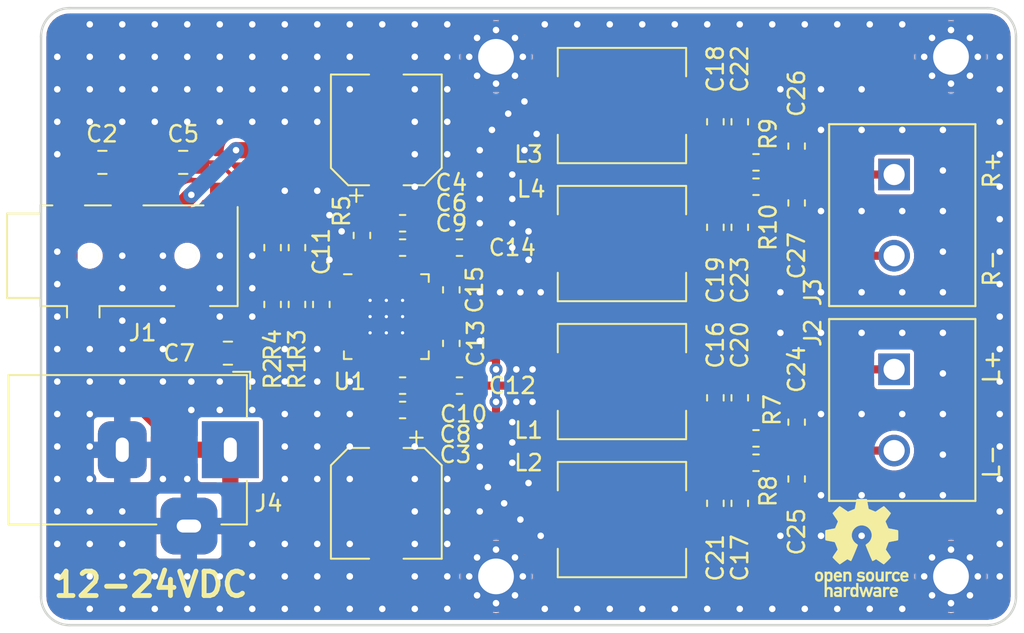
<source format=kicad_pcb>
(kicad_pcb (version 20171130) (host pcbnew 5.0.2)
  (layers (0 F.Cu signal) (31 B.Cu signal) (34 B.Paste user) (35 F.Paste user) (36 B.SilkS user) (37 F.SilkS user) (38 B.Mask user) (39 F.Mask user) (44 Edge.Cuts user))
  (net 0 "")
  (net 1 "Net-(C15-Pad1)")
  (net 2 GND)
  (net 3 +24V)
  (net 4 "Net-(R5-Pad1)")
  (net 5 PLIMIT)
  (net 6 GVDD)
  (net 7 GAIN_SLV)
  (net 8 IN_L)
  (net 9 "Net-(U1-Pad11)")
  (net 10 "Net-(U1-Pad12)")
  (net 11 "Net-(C12-Pad1)")
  (net 12 "Net-(C12-Pad2)")
  (net 13 "Net-(C14-Pad2)")
  (net 14 "Net-(C14-Pad1)")
  (net 15 "Net-(C13-Pad1)")
  (net 16 "Net-(C13-Pad2)")
  (net 17 "Net-(U1-Pad30)")
  (net 18 IN_R)
  (net 19 "Net-(C2-Pad2)")
  (net 20 "Net-(C19-Pad2)")
  (net 21 "Net-(C18-Pad1)")
  (net 22 "Net-(C16-Pad1)")
  (net 23 "Net-(C17-Pad2)")
  (net 24 "Net-(C27-Pad2)")
  (net 25 "Net-(C26-Pad1)")
  (net 26 "Net-(C25-Pad2)")
  (net 27 "Net-(C24-Pad1)")
  (net 28 "Net-(C15-Pad2)")
  (net 29 "Net-(C7-Pad2)")
  (net 30 "Net-(C5-Pad2)")
  (net 31 "Net-(J1-PadTN)")
  (module audio-amp:BarrelJack_Horizontal_DC005C25A (layer F.Cu) (at 105.1 157.2)
    (fp_text reference J4 (at 15.9 3.3) (layer F.SilkS))
    (fp_text value 24VDC)
    (pad 1 thru_hole rect (at 13.55 0) (size 3.5 3.5) (drill oval 0.8 1.5) (layers *.Cu *.Mask) (net 3 +24V))
    (pad 2 thru_hole roundrect (at 6.9 0) (size 3 3.5) (drill oval 0.8 1.5) (layers *.Cu *.Mask) (net 2 GND))
    (pad 3 thru_hole roundrect (at 11 4.7) (size 3.5 3.5) (drill oval 1.5 0.8) (layers *.Cu *.Mask) (net 2 GND))
  )
  (module Capacitor_SMD:C_0805_2012Metric_Pad1.15x1.40mm_HandSolder (layer F.Cu) (at 115.75 139.5 180)
    (fp_text reference C5 (at 0 1.75 180) (layer F.SilkS))
    (fp_text value 10u)
    (pad 1 smd roundrect (at -1.025 0 180) (size 1.15 1.4) (layers F.Cu F.Paste F.Mask) (roundrect_rratio 0.217391) (net 18 IN_R))
    (pad 2 smd roundrect (at 1.025 0 180) (size 1.15 1.4) (layers F.Cu F.Paste F.Mask) (roundrect_rratio 0.217391) (net 30 "Net-(C5-Pad2)"))
  )
  (module Capacitor_SMD:C_0805_2012Metric_Pad1.15x1.40mm_HandSolder (layer F.Cu) (at 118.5 151.25 180)
    (fp_text reference C7 (at 3 0 180) (layer F.SilkS))
    (fp_text value 10u)
    (pad 2 smd roundrect (at 1.025 0 180) (size 1.15 1.4) (layers F.Cu F.Paste F.Mask) (roundrect_rratio 0.217391) (net 29 "Net-(C7-Pad2)"))
    (pad 1 smd roundrect (at -1.025 0 180) (size 1.15 1.4) (layers F.Cu F.Paste F.Mask) (roundrect_rratio 0.217391) (net 8 IN_L))
  )
  (module Capacitor_SMD:C_0805_2012Metric_Pad1.15x1.40mm_HandSolder (layer F.Cu) (at 110.775 139.5 180)
    (fp_text reference C2 (at 0.025 1.75 180) (layer F.SilkS))
    (fp_text value 10u)
    (pad 1 smd roundrect (at -1.025 0 180) (size 1.15 1.4) (layers F.Cu F.Paste F.Mask) (roundrect_rratio 0.217391) (net 2 GND))
    (pad 2 smd roundrect (at 1.025 0 180) (size 1.15 1.4) (layers F.Cu F.Paste F.Mask) (roundrect_rratio 0.217391) (net 19 "Net-(C2-Pad2)"))
  )
  (module audio-amp:Jack_3.5mm_PJ31060-I_Horizontal (layer F.Cu) (at 107 145.25 90)
    (fp_text reference J1 (at -4.75 6.25 180) (layer F.SilkS))
    (fp_text value "AUDIO IN")
    (pad "" np_thru_hole circle (at 0 9 90) (size 1.1 1.1) (drill 1.1) (layers *.Cu *.Mask F.SilkS))
    (pad S smd rect (at 3.4 1.7 90) (size 2.2 1.2) (layers F.Cu F.Paste F.Mask) (net 19 "Net-(C2-Pad2)"))
    (pad "" np_thru_hole circle (at 0 3 90) (size 1.1 1.1) (drill 1.1) (layers *.Cu *.Mask F.SilkS))
    (pad TN smd rect (at 3.4 11 90) (size 2.2 1.2) (layers F.Cu F.Paste F.Mask) (net 31 "Net-(J1-PadTN)"))
    (pad S smd rect (at -3.4 2.6 90) (size 2.2 1.2) (layers F.Cu F.Paste F.Mask) (net 19 "Net-(C2-Pad2)"))
    (pad R smd rect (at 3.4 5.3 90) (size 2.2 1.2) (layers F.Cu F.Paste F.Mask) (net 30 "Net-(C5-Pad2)"))
    (pad T smd rect (at -3.4 9.3 90) (size 2.2 1.2) (layers F.Cu F.Paste F.Mask) (net 29 "Net-(C7-Pad2)"))
  )
  (module Capacitor_SMD:C_0603_1608Metric_Pad1.05x0.95mm_HandSolder (layer F.Cu) (at 150 154 90)
    (fp_text reference C20 (at 3.25 0 90) (layer F.SilkS))
    (fp_text value 1n)
    (pad 2 smd roundrect (at 0.875 0 90) (size 1.05 0.95) (layers F.Cu F.Paste F.Mask) (net 2 GND))
    (pad 1 smd roundrect (at -0.875 0 90) (size 1.05 0.95) (layers F.Cu F.Paste F.Mask) (net 22 "Net-(C16-Pad1)"))
  )
  (module MountingHole:MountingHole_2.2mm_M2_Pad_Via (layer F.Cu) (at 135 165)
    (fp_text reference H3 hide)
    (fp_text value MountingHole_Pad)
    (pad 1 thru_hole circle (at 1.166726 -1.166726) (size 0.7 0.7) (drill 0.4) (layers *.Cu *.Mask) (net 2 GND))
    (pad 1 thru_hole circle (at 0 -1.65) (size 0.7 0.7) (drill 0.4) (layers *.Cu *.Mask) (net 2 GND))
    (pad 1 thru_hole circle (at -1.166726 -1.166726) (size 0.7 0.7) (drill 0.4) (layers *.Cu *.Mask) (net 2 GND))
    (pad 1 thru_hole circle (at -1.65 0) (size 0.7 0.7) (drill 0.4) (layers *.Cu *.Mask) (net 2 GND))
    (pad 1 thru_hole circle (at -1.166726 1.166726) (size 0.7 0.7) (drill 0.4) (layers *.Cu *.Mask) (net 2 GND))
    (pad 1 thru_hole circle (at 0 1.65) (size 0.7 0.7) (drill 0.4) (layers *.Cu *.Mask) (net 2 GND))
    (pad 1 thru_hole circle (at 1.166726 1.166726) (size 0.7 0.7) (drill 0.4) (layers *.Cu *.Mask) (net 2 GND))
    (pad 1 thru_hole circle (at 1.65 0) (size 0.7 0.7) (drill 0.4) (layers *.Cu *.Mask) (net 2 GND))
    (pad 1 thru_hole circle (at 0 0) (size 4.4 4.4) (drill 2.2) (layers *.Cu *.Mask) (net 2 GND))
  )
  (module MountingHole:MountingHole_2.2mm_M2_Pad_Via (layer F.Cu) (at 163 165)
    (fp_text reference H2 hide)
    (fp_text value MountingHole_Pad)
    (pad 1 thru_hole circle (at 1.166726 -1.166726) (size 0.7 0.7) (drill 0.4) (layers *.Cu *.Mask) (net 2 GND))
    (pad 1 thru_hole circle (at 0 -1.65) (size 0.7 0.7) (drill 0.4) (layers *.Cu *.Mask) (net 2 GND))
    (pad 1 thru_hole circle (at -1.166726 -1.166726) (size 0.7 0.7) (drill 0.4) (layers *.Cu *.Mask) (net 2 GND))
    (pad 1 thru_hole circle (at -1.65 0) (size 0.7 0.7) (drill 0.4) (layers *.Cu *.Mask) (net 2 GND))
    (pad 1 thru_hole circle (at -1.166726 1.166726) (size 0.7 0.7) (drill 0.4) (layers *.Cu *.Mask) (net 2 GND))
    (pad 1 thru_hole circle (at 0 1.65) (size 0.7 0.7) (drill 0.4) (layers *.Cu *.Mask) (net 2 GND))
    (pad 1 thru_hole circle (at 1.166726 1.166726) (size 0.7 0.7) (drill 0.4) (layers *.Cu *.Mask) (net 2 GND))
    (pad 1 thru_hole circle (at 1.65 0) (size 0.7 0.7) (drill 0.4) (layers *.Cu *.Mask) (net 2 GND))
    (pad 1 thru_hole circle (at 0 0) (size 4.4 4.4) (drill 2.2) (layers *.Cu *.Mask) (net 2 GND))
  )
  (module MountingHole:MountingHole_2.2mm_M2_Pad_Via (layer F.Cu) (at 135 133)
    (fp_text reference H1 hide)
    (fp_text value MountingHole_Pad)
    (pad 1 thru_hole circle (at 1.166726 -1.166726) (size 0.7 0.7) (drill 0.4) (layers *.Cu *.Mask) (net 2 GND))
    (pad 1 thru_hole circle (at 0 -1.65) (size 0.7 0.7) (drill 0.4) (layers *.Cu *.Mask) (net 2 GND))
    (pad 1 thru_hole circle (at -1.166726 -1.166726) (size 0.7 0.7) (drill 0.4) (layers *.Cu *.Mask) (net 2 GND))
    (pad 1 thru_hole circle (at -1.65 0) (size 0.7 0.7) (drill 0.4) (layers *.Cu *.Mask) (net 2 GND))
    (pad 1 thru_hole circle (at -1.166726 1.166726) (size 0.7 0.7) (drill 0.4) (layers *.Cu *.Mask) (net 2 GND))
    (pad 1 thru_hole circle (at 0 1.65) (size 0.7 0.7) (drill 0.4) (layers *.Cu *.Mask) (net 2 GND))
    (pad 1 thru_hole circle (at 1.166726 1.166726) (size 0.7 0.7) (drill 0.4) (layers *.Cu *.Mask) (net 2 GND))
    (pad 1 thru_hole circle (at 1.65 0) (size 0.7 0.7) (drill 0.4) (layers *.Cu *.Mask) (net 2 GND))
    (pad 1 thru_hole circle (at 0 0) (size 4.4 4.4) (drill 2.2) (layers *.Cu *.Mask) (net 2 GND))
  )
  (module MountingHole:MountingHole_2.2mm_M2_Pad_Via (layer F.Cu) (at 163 133)
    (fp_text reference H4 hide)
    (fp_text value MountingHole_Pad)
    (pad 1 thru_hole circle (at 1.166726 -1.166726) (size 0.7 0.7) (drill 0.4) (layers *.Cu *.Mask) (net 2 GND))
    (pad 1 thru_hole circle (at 0 -1.65) (size 0.7 0.7) (drill 0.4) (layers *.Cu *.Mask) (net 2 GND))
    (pad 1 thru_hole circle (at -1.166726 -1.166726) (size 0.7 0.7) (drill 0.4) (layers *.Cu *.Mask) (net 2 GND))
    (pad 1 thru_hole circle (at -1.65 0) (size 0.7 0.7) (drill 0.4) (layers *.Cu *.Mask) (net 2 GND))
    (pad 1 thru_hole circle (at -1.166726 1.166726) (size 0.7 0.7) (drill 0.4) (layers *.Cu *.Mask) (net 2 GND))
    (pad 1 thru_hole circle (at 0 1.65) (size 0.7 0.7) (drill 0.4) (layers *.Cu *.Mask) (net 2 GND))
    (pad 1 thru_hole circle (at 1.166726 1.166726) (size 0.7 0.7) (drill 0.4) (layers *.Cu *.Mask) (net 2 GND))
    (pad 1 thru_hole circle (at 1.65 0) (size 0.7 0.7) (drill 0.4) (layers *.Cu *.Mask) (net 2 GND))
    (pad 1 thru_hole circle (at 0 0) (size 4.4 4.4) (drill 2.2) (layers *.Cu *.Mask) (net 2 GND))
  )
  (module Capacitor_SMD:C_0603_1608Metric_Pad1.05x0.95mm_HandSolder (layer F.Cu) (at 129.25 143.25)
    (fp_text reference C6 (at 3 -1.25) (layer F.SilkS))
    (fp_text value .1u)
    (pad 2 smd roundrect (at 0.875 0) (size 1.05 0.95) (layers F.Cu F.Paste F.Mask) (net 2 GND))
    (pad 1 smd roundrect (at -0.875 0) (size 1.05 0.95) (layers F.Cu F.Paste F.Mask) (net 3 +24V))
  )
  (module OSTTA020161:OST_OSTTA020161 (layer F.Cu) (at 159.5 154.75 270)
    (fp_text reference J2 (at -4.75 5 270) (layer F.SilkS))
    (fp_text value LEFT hide)
    (pad 2 thru_hole circle (at 2.5 0 270) (size 1.95 1.95) (drill 1.3) (layers *.Cu *.Mask) (net 23 "Net-(C17-Pad2)"))
    (pad 1 thru_hole rect (at -2.5 0 270) (size 1.95 1.95) (drill 1.3) (layers *.Cu *.Mask) (net 22 "Net-(C16-Pad1)"))
  )
  (module Resistor_SMD:R_0603_1608Metric_Pad1.05x0.95mm_HandSolder (layer F.Cu) (at 122.75 148.25 270)
    (fp_text reference R1 (at 4.25 0 270) (layer F.SilkS))
    (fp_text value 100k)
    (pad 2 smd roundrect (at 0.875 0 270) (size 1.05 0.95) (layers F.Cu F.Paste F.Mask) (net 7 GAIN_SLV))
    (pad 1 smd roundrect (at -0.875 0 270) (size 1.05 0.95) (layers F.Cu F.Paste F.Mask) (net 6 GVDD))
  )
  (module audio-amp:L_7.8x7.0_H3.5 (layer F.Cu) (at 142.75 153 180)
    (fp_text reference L1 (at 5.75 -3 180) (layer F.SilkS))
    (fp_text value 10u)
    (pad 2 smd rect (at 3.3 0 180) (size 2 3) (layers F.Cu F.Paste F.Mask) (net 11 "Net-(C12-Pad1)"))
    (pad 1 smd rect (at -3.3 0 180) (size 2 3) (layers F.Cu F.Paste F.Mask) (net 22 "Net-(C16-Pad1)"))
  )
  (module audio-amp:L_7.8x7.0_H3.5 (layer F.Cu) (at 142.75 161.5 180)
    (fp_text reference L2 (at 5.75 3.5 180) (layer F.SilkS))
    (fp_text value 10u)
    (pad 2 smd rect (at 3.3 0 180) (size 2 3) (layers F.Cu F.Paste F.Mask) (net 15 "Net-(C13-Pad1)"))
    (pad 1 smd rect (at -3.3 0 180) (size 2 3) (layers F.Cu F.Paste F.Mask) (net 23 "Net-(C17-Pad2)"))
  )
  (module audio-amp:L_7.8x7.0_H3.5 (layer F.Cu) (at 142.75 136 180)
    (fp_text reference L3 (at 5.75 -3 180) (layer F.SilkS))
    (fp_text value 10u)
    (pad 2 smd rect (at 3.3 0 180) (size 2 3) (layers F.Cu F.Paste F.Mask) (net 14 "Net-(C14-Pad1)"))
    (pad 1 smd rect (at -3.3 0 180) (size 2 3) (layers F.Cu F.Paste F.Mask) (net 21 "Net-(C18-Pad1)"))
  )
  (module audio-amp:L_7.8x7.0_H3.5 (layer F.Cu) (at 142.75 144.5 180)
    (fp_text reference L4 (at 5.585983 3.350188 180) (layer F.SilkS))
    (fp_text value 10u)
    (pad 2 smd rect (at 3.3 0 180) (size 2 3) (layers F.Cu F.Paste F.Mask) (net 1 "Net-(C15-Pad1)"))
    (pad 1 smd rect (at -3.3 0 180) (size 2 3) (layers F.Cu F.Paste F.Mask) (net 20 "Net-(C19-Pad2)"))
  )
  (module Capacitor_SMD:CP_Elec_6.3x7.7 (layer F.Cu) (at 128.25 160.5 270)
    (fp_text reference C3 (at -3 -4.25) (layer F.SilkS))
    (fp_text value 220u)
    (pad 2 smd rect (at 2.7 0 270) (size 3.5 1.6) (layers F.Cu F.Paste F.Mask) (net 2 GND))
    (pad 1 smd rect (at -2.7 0 270) (size 3.5 1.6) (layers F.Cu F.Paste F.Mask) (net 3 +24V))
  )
  (module Capacitor_SMD:CP_Elec_6.3x7.7 (layer F.Cu) (at 128.25 137.5 90)
    (fp_text reference C4 (at -3.25 4 180) (layer F.SilkS))
    (fp_text value 220u)
    (pad 2 smd rect (at 2.7 0 90) (size 3.5 1.6) (layers F.Cu F.Paste F.Mask) (net 2 GND))
    (pad 1 smd rect (at -2.7 0 90) (size 3.5 1.6) (layers F.Cu F.Paste F.Mask) (net 3 +24V))
  )
  (module Capacitor_SMD:C_0603_1608Metric_Pad1.05x0.95mm_HandSolder (layer F.Cu) (at 153.5 155.5 90)
    (fp_text reference C24 (at 3.25 0 90) (layer F.SilkS))
    (fp_text value 10n)
    (pad 2 smd roundrect (at 0.875 0 90) (size 1.05 0.95) (layers F.Cu F.Paste F.Mask) (net 2 GND))
    (pad 1 smd roundrect (at -0.875 0 90) (size 1.05 0.95) (layers F.Cu F.Paste F.Mask) (net 27 "Net-(C24-Pad1)"))
  )
  (module Capacitor_SMD:C_0603_1608Metric_Pad1.05x0.95mm_HandSolder (layer F.Cu) (at 153.5 142 90)
    (fp_text reference C27 (at -3.25 0 90) (layer F.SilkS))
    (fp_text value 10n)
    (pad 2 smd roundrect (at 0.875 0 90) (size 1.05 0.95) (layers F.Cu F.Paste F.Mask) (net 24 "Net-(C27-Pad2)"))
    (pad 1 smd roundrect (at -0.875 0 90) (size 1.05 0.95) (layers F.Cu F.Paste F.Mask) (net 2 GND))
  )
  (module Capacitor_SMD:C_0603_1608Metric_Pad1.05x0.95mm_HandSolder (layer F.Cu) (at 153.5 138.5 90)
    (fp_text reference C26 (at 3.25 0 90) (layer F.SilkS))
    (fp_text value 10n)
    (pad 2 smd roundrect (at 0.875 0 90) (size 1.05 0.95) (layers F.Cu F.Paste F.Mask) (net 2 GND))
    (pad 1 smd roundrect (at -0.875 0 90) (size 1.05 0.95) (layers F.Cu F.Paste F.Mask) (net 25 "Net-(C26-Pad1)"))
  )
  (module Capacitor_SMD:C_0603_1608Metric_Pad1.05x0.95mm_HandSolder (layer F.Cu) (at 153.5 159 90)
    (fp_text reference C25 (at -3.25 0 90) (layer F.SilkS))
    (fp_text value 10n)
    (pad 2 smd roundrect (at 0.875 0 90) (size 1.05 0.95) (layers F.Cu F.Paste F.Mask) (net 26 "Net-(C25-Pad2)"))
    (pad 1 smd roundrect (at -0.875 0 90) (size 1.05 0.95) (layers F.Cu F.Paste F.Mask) (net 2 GND))
  )
  (module Capacitor_SMD:C_0603_1608Metric_Pad1.05x0.95mm_HandSolder (layer F.Cu) (at 129.25 144.75)
    (fp_text reference C9 (at 3 -1.5) (layer F.SilkS))
    (fp_text value 1n)
    (pad 2 smd roundrect (at 0.875 0) (size 1.05 0.95) (layers F.Cu F.Paste F.Mask) (net 2 GND))
    (pad 1 smd roundrect (at -0.875 0) (size 1.05 0.95) (layers F.Cu F.Paste F.Mask) (net 3 +24V))
  )
  (module Capacitor_SMD:C_0603_1608Metric_Pad1.05x0.95mm_HandSolder (layer F.Cu) (at 129.25 154.75)
    (fp_text reference C8 (at 3.25 1.5) (layer F.SilkS))
    (fp_text value .1u)
    (pad 2 smd roundrect (at 0.875 0) (size 1.05 0.95) (layers F.Cu F.Paste F.Mask) (net 2 GND))
    (pad 1 smd roundrect (at -0.875 0) (size 1.05 0.95) (layers F.Cu F.Paste F.Mask) (net 3 +24V))
  )
  (module Capacitor_SMD:C_0603_1608Metric_Pad1.05x0.95mm_HandSolder (layer F.Cu) (at 129.25 153.25)
    (fp_text reference C10 (at 3.75 1.75) (layer F.SilkS))
    (fp_text value 1n)
    (pad 2 smd roundrect (at 0.875 0) (size 1.05 0.95) (layers F.Cu F.Paste F.Mask) (net 2 GND))
    (pad 1 smd roundrect (at -0.875 0) (size 1.05 0.95) (layers F.Cu F.Paste F.Mask) (net 3 +24V))
  )
  (module Capacitor_SMD:C_0603_1608Metric_Pad1.05x0.95mm_HandSolder (layer F.Cu) (at 124.25 148.25 270)
    (fp_text reference C11 (at -3.25 0 270) (layer F.SilkS))
    (fp_text value 1u)
    (pad 2 smd roundrect (at 0.875 0 270) (size 1.05 0.95) (layers F.Cu F.Paste F.Mask) (net 2 GND))
    (pad 1 smd roundrect (at -0.875 0 270) (size 1.05 0.95) (layers F.Cu F.Paste F.Mask) (net 6 GVDD))
  )
  (module Capacitor_SMD:C_0603_1608Metric_Pad1.05x0.95mm_HandSolder (layer F.Cu) (at 132.75 153.25 180)
    (fp_text reference C12 (at -3.25 0 180) (layer F.SilkS))
    (fp_text value 220n)
    (pad 2 smd roundrect (at 0.875 0 180) (size 1.05 0.95) (layers F.Cu F.Paste F.Mask) (net 12 "Net-(C12-Pad2)"))
    (pad 1 smd roundrect (at -0.875 0 180) (size 1.05 0.95) (layers F.Cu F.Paste F.Mask) (net 11 "Net-(C12-Pad1)"))
  )
  (module Capacitor_SMD:C_0603_1608Metric_Pad1.05x0.95mm_HandSolder (layer F.Cu) (at 132.75 144.75 180)
    (fp_text reference C14 (at -3.25 0 180) (layer F.SilkS))
    (fp_text value 220n)
    (pad 2 smd roundrect (at 0.875 0 180) (size 1.05 0.95) (layers F.Cu F.Paste F.Mask) (net 13 "Net-(C14-Pad2)"))
    (pad 1 smd roundrect (at -0.875 0 180) (size 1.05 0.95) (layers F.Cu F.Paste F.Mask) (net 14 "Net-(C14-Pad1)"))
  )
  (module Capacitor_SMD:C_0603_1608Metric_Pad1.05x0.95mm_HandSolder (layer F.Cu) (at 132.25 147.35 270)
    (fp_text reference C15 (at 0 -1.43 270) (layer F.SilkS))
    (fp_text value 220n)
    (pad 2 smd roundrect (at 0.875 0 270) (size 1.05 0.95) (layers F.Cu F.Paste F.Mask) (net 28 "Net-(C15-Pad2)"))
    (pad 1 smd roundrect (at -0.875 0 270) (size 1.05 0.95) (layers F.Cu F.Paste F.Mask) (net 1 "Net-(C15-Pad1)"))
  )
  (module Capacitor_SMD:C_0603_1608Metric_Pad1.05x0.95mm_HandSolder (layer F.Cu) (at 148.5 154 90)
    (fp_text reference C16 (at 3.25 0 90) (layer F.SilkS))
    (fp_text value 680n)
    (pad 2 smd roundrect (at 0.875 0 90) (size 1.05 0.95) (layers F.Cu F.Paste F.Mask) (net 2 GND))
    (pad 1 smd roundrect (at -0.875 0 90) (size 1.05 0.95) (layers F.Cu F.Paste F.Mask) (net 22 "Net-(C16-Pad1)"))
  )
  (module Capacitor_SMD:C_0603_1608Metric_Pad1.05x0.95mm_HandSolder (layer F.Cu) (at 150 160.5 90)
    (fp_text reference C17 (at -3.359311 0 90) (layer F.SilkS))
    (fp_text value 680n)
    (pad 2 smd roundrect (at 0.875 0 90) (size 1.05 0.95) (layers F.Cu F.Paste F.Mask) (net 23 "Net-(C17-Pad2)"))
    (pad 1 smd roundrect (at -0.875 0 90) (size 1.05 0.95) (layers F.Cu F.Paste F.Mask) (net 2 GND))
  )
  (module Capacitor_SMD:C_0603_1608Metric_Pad1.05x0.95mm_HandSolder (layer F.Cu) (at 148.5 137 90)
    (fp_text reference C18 (at 3.25 0 90) (layer F.SilkS))
    (fp_text value 680n)
    (pad 2 smd roundrect (at 0.875 0 90) (size 1.05 0.95) (layers F.Cu F.Paste F.Mask) (net 2 GND))
    (pad 1 smd roundrect (at -0.875 0 90) (size 1.05 0.95) (layers F.Cu F.Paste F.Mask) (net 21 "Net-(C18-Pad1)"))
  )
  (module Capacitor_SMD:C_0603_1608Metric_Pad1.05x0.95mm_HandSolder (layer F.Cu) (at 148.5 143.5 90)
    (fp_text reference C19 (at -3.25 0 90) (layer F.SilkS))
    (fp_text value 680n)
    (pad 2 smd roundrect (at 0.875 0 90) (size 1.05 0.95) (layers F.Cu F.Paste F.Mask) (net 20 "Net-(C19-Pad2)"))
    (pad 1 smd roundrect (at -0.875 0 90) (size 1.05 0.95) (layers F.Cu F.Paste F.Mask) (net 2 GND))
  )
  (module Capacitor_SMD:C_0603_1608Metric_Pad1.05x0.95mm_HandSolder (layer F.Cu) (at 148.5 160.5 90)
    (fp_text reference C21 (at -3.359311 0 90) (layer F.SilkS))
    (fp_text value 1n)
    (pad 2 smd roundrect (at 0.875 0 90) (size 1.05 0.95) (layers F.Cu F.Paste F.Mask) (net 23 "Net-(C17-Pad2)"))
    (pad 1 smd roundrect (at -0.875 0 90) (size 1.05 0.95) (layers F.Cu F.Paste F.Mask) (net 2 GND))
  )
  (module Capacitor_SMD:C_0603_1608Metric_Pad1.05x0.95mm_HandSolder (layer F.Cu) (at 150 137 90)
    (fp_text reference C22 (at 3.25 0 90) (layer F.SilkS))
    (fp_text value 1n)
    (pad 2 smd roundrect (at 0.875 0 90) (size 1.05 0.95) (layers F.Cu F.Paste F.Mask) (net 2 GND))
    (pad 1 smd roundrect (at -0.875 0 90) (size 1.05 0.95) (layers F.Cu F.Paste F.Mask) (net 21 "Net-(C18-Pad1)"))
  )
  (module Capacitor_SMD:C_0603_1608Metric_Pad1.05x0.95mm_HandSolder (layer F.Cu) (at 150 143.5 90)
    (fp_text reference C23 (at -3.25 0 90) (layer F.SilkS))
    (fp_text value 1n)
    (pad 2 smd roundrect (at 0.875 0 90) (size 1.05 0.95) (layers F.Cu F.Paste F.Mask) (net 20 "Net-(C19-Pad2)"))
    (pad 1 smd roundrect (at -0.875 0 90) (size 1.05 0.95) (layers F.Cu F.Paste F.Mask) (net 2 GND))
  )
  (module Capacitor_SMD:C_0603_1608Metric_Pad1.05x0.95mm_HandSolder (layer F.Cu) (at 132.25 150.65 90)
    (fp_text reference C13 (at 0 1.5 90) (layer F.SilkS))
    (fp_text value 220n)
    (pad 2 smd roundrect (at 0.875 0 90) (size 1.05 0.95) (layers F.Cu F.Paste F.Mask) (net 16 "Net-(C13-Pad2)"))
    (pad 1 smd roundrect (at -0.875 0 90) (size 1.05 0.95) (layers F.Cu F.Paste F.Mask) (net 15 "Net-(C13-Pad1)"))
  )
  (module OSTTA020161:OST_OSTTA020161 (layer F.Cu) (at 159.5 142.75 270)
    (fp_text reference J3 (at 4.75 5 270) (layer F.SilkS))
    (fp_text value RIGHT hide)
    (pad 2 thru_hole circle (at 2.5 0 270) (size 1.95 1.95) (drill 1.3) (layers *.Cu *.Mask) (net 20 "Net-(C19-Pad2)"))
    (pad 1 thru_hole rect (at -2.5 0 270) (size 1.95 1.95) (drill 1.3) (layers *.Cu *.Mask) (net 21 "Net-(C18-Pad1)"))
  )
  (module Package_DFN_QFN:Texas_S-PVQFN-N32_EP3.45x3.45mm_ThermalVias (layer F.Cu) (at 128.25 149)
    (fp_text reference U1 (at -2.25 4) (layer F.SilkS))
    (fp_text value TPA313xD2)
    (pad 32 smd roundrect (at -1.75 -2.4875) (size 0.25 0.775) (layers F.Cu F.Paste F.Mask) (net 2 GND))
    (pad 31 smd roundrect (at -1.25 -2.4875) (size 0.25 0.775) (layers F.Cu F.Paste F.Mask) (net 18 IN_R))
    (pad 30 smd roundrect (at -0.75 -2.4875) (size 0.25 0.775) (layers F.Cu F.Paste F.Mask) (net 17 "Net-(U1-Pad30)"))
    (pad 29 smd roundrect (at -0.25 -2.4875) (size 0.25 0.775) (layers F.Cu F.Paste F.Mask) (net 4 "Net-(R5-Pad1)"))
    (pad 28 smd roundrect (at 0.25 -2.4875) (size 0.25 0.775) (layers F.Cu F.Paste F.Mask) (net 3 +24V))
    (pad 27 smd roundrect (at 0.75 -2.4875) (size 0.25 0.775) (layers F.Cu F.Paste F.Mask) (net 3 +24V))
    (pad 26 smd roundrect (at 1.25 -2.4875) (size 0.25 0.775) (layers F.Cu F.Paste F.Mask) (net 13 "Net-(C14-Pad2)"))
    (pad 25 smd roundrect (at 1.75 -2.4875) (size 0.25 0.775) (layers F.Cu F.Paste F.Mask) (net 14 "Net-(C14-Pad1)"))
    (pad 24 smd roundrect (at 2.4875 -1.75) (size 0.775 0.25) (layers F.Cu F.Paste F.Mask) (net 2 GND))
    (pad 23 smd roundrect (at 2.4875 -1.25) (size 0.775 0.25) (layers F.Cu F.Paste F.Mask) (net 1 "Net-(C15-Pad1)"))
    (pad 22 smd roundrect (at 2.4875 -0.75) (size 0.775 0.25) (layers F.Cu F.Paste F.Mask) (net 28 "Net-(C15-Pad2)"))
    (pad 21 smd roundrect (at 2.4875 -0.25) (size 0.775 0.25) (layers F.Cu F.Paste F.Mask) (net 2 GND))
    (pad 20 smd roundrect (at 2.4875 0.25) (size 0.775 0.25) (layers F.Cu F.Paste F.Mask) (net 2 GND))
    (pad 19 smd roundrect (at 2.4875 0.75) (size 0.775 0.25) (layers F.Cu F.Paste F.Mask) (net 16 "Net-(C13-Pad2)"))
    (pad 18 smd roundrect (at 2.4875 1.25) (size 0.775 0.25) (layers F.Cu F.Paste F.Mask) (net 15 "Net-(C13-Pad1)"))
    (pad 17 smd roundrect (at 2.4875 1.75) (size 0.775 0.25) (layers F.Cu F.Paste F.Mask) (net 2 GND))
    (pad 16 smd roundrect (at 1.75 2.4875) (size 0.25 0.775) (layers F.Cu F.Paste F.Mask) (net 11 "Net-(C12-Pad1)"))
    (pad 15 smd roundrect (at 1.25 2.4875) (size 0.25 0.775) (layers F.Cu F.Paste F.Mask) (net 12 "Net-(C12-Pad2)"))
    (pad 14 smd roundrect (at 0.75 2.4875) (size 0.25 0.775) (layers F.Cu F.Paste F.Mask) (net 3 +24V))
    (pad 13 smd roundrect (at 0.25 2.4875) (size 0.25 0.775) (layers F.Cu F.Paste F.Mask) (net 3 +24V))
    (pad 12 smd roundrect (at -0.25 2.4875) (size 0.25 0.775) (layers F.Cu F.Paste F.Mask) (net 10 "Net-(U1-Pad12)"))
    (pad 11 smd roundrect (at -0.75 2.4875) (size 0.25 0.775) (layers F.Cu F.Paste F.Mask) (net 9 "Net-(U1-Pad11)"))
    (pad 10 smd roundrect (at -1.25 2.4875) (size 0.25 0.775) (layers F.Cu F.Paste F.Mask) (net 2 GND))
    (pad 9 smd roundrect (at -1.75 2.4875) (size 0.25 0.775) (layers F.Cu F.Paste F.Mask) (net 2 GND))
    (pad 8 smd roundrect (at -2.4875 1.75) (size 0.775 0.25) (layers F.Cu F.Paste F.Mask) (net 2 GND))
    (pad 7 smd roundrect (at -2.4875 1.25) (size 0.775 0.25) (layers F.Cu F.Paste F.Mask) (net 2 GND))
    (pad 6 smd roundrect (at -2.4875 0.75) (size 0.775 0.25) (layers F.Cu F.Paste F.Mask) (net 8 IN_L))
    (pad 5 smd roundrect (at -2.4875 0.25) (size 0.775 0.25) (layers F.Cu F.Paste F.Mask) (net 2 GND))
    (pad 4 smd roundrect (at -2.4875 -0.25) (size 0.775 0.25) (layers F.Cu F.Paste F.Mask) (net 2 GND))
    (pad 3 smd roundrect (at -2.4875 -0.75) (size 0.775 0.25) (layers F.Cu F.Paste F.Mask) (net 7 GAIN_SLV))
    (pad 2 smd roundrect (at -2.4875 -1.25) (size 0.775 0.25) (layers F.Cu F.Paste F.Mask) (net 6 GVDD))
    (pad 1 smd roundrect (at -2.4875 -1.75) (size 0.775 0.25) (layers F.Cu F.Paste F.Mask) (net 5 PLIMIT))
    (pad 33 smd roundrect (at 0 0) (size 2.5 2.5) (layers B.Cu) (roundrect_rratio 0.1) (net 2 GND))
    (pad 33 thru_hole circle (at 1 1) (size 0.5 0.5) (drill 0.2) (layers *.Cu) (net 2 GND))
    (pad 33 thru_hole circle (at 0 1) (size 0.5 0.5) (drill 0.2) (layers *.Cu) (net 2 GND))
    (pad 33 thru_hole circle (at -1 1) (size 0.5 0.5) (drill 0.2) (layers *.Cu) (net 2 GND))
    (pad 33 thru_hole circle (at 1 0) (size 0.5 0.5) (drill 0.2) (layers *.Cu) (net 2 GND))
    (pad 33 thru_hole circle (at 0 0) (size 0.5 0.5) (drill 0.2) (layers *.Cu) (net 2 GND))
    (pad 33 thru_hole circle (at -1 0) (size 0.5 0.5) (drill 0.2) (layers *.Cu) (net 2 GND))
    (pad 33 thru_hole circle (at 1 -1) (size 0.5 0.5) (drill 0.2) (layers *.Cu) (net 2 GND))
    (pad 33 thru_hole circle (at 0 -1) (size 0.5 0.5) (drill 0.2) (layers *.Cu) (net 2 GND))
    (pad 33 thru_hole circle (at -1 -1) (size 0.5 0.5) (drill 0.2) (layers *.Cu) (net 2 GND))
    (pad 33 smd roundrect (at 0 0) (size 3.45 3.45) (layers F.Cu F.Mask) (roundrect_rratio 0.072464) (net 2 GND))
  )
  (module Resistor_SMD:R_0603_1608Metric_Pad1.05x0.95mm_HandSolder (layer F.Cu) (at 121.25 148.25 90)
    (fp_text reference R2 (at -4.25 0 90) (layer F.SilkS))
    (fp_text value 39k)
    (pad 2 smd roundrect (at 0.875 0 90) (size 1.05 0.95) (layers F.Cu F.Paste F.Mask) (net 2 GND))
    (pad 1 smd roundrect (at -0.875 0 90) (size 1.05 0.95) (layers F.Cu F.Paste F.Mask) (net 7 GAIN_SLV))
  )
  (module Resistor_SMD:R_0603_1608Metric_Pad1.05x0.95mm_HandSolder (layer F.Cu) (at 122.75 144.75 90)
    (fp_text reference R3 (at -6 0 90) (layer F.SilkS))
    (fp_text value 56k)
    (pad 2 smd roundrect (at 0.875 0 90) (size 1.05 0.95) (layers F.Cu F.Paste F.Mask) (net 5 PLIMIT))
    (pad 1 smd roundrect (at -0.875 0 90) (size 1.05 0.95) (layers F.Cu F.Paste F.Mask) (net 6 GVDD))
  )
  (module Resistor_SMD:R_0603_1608Metric_Pad1.05x0.95mm_HandSolder (layer F.Cu) (at 121.25 144.75 270)
    (fp_text reference R4 (at 6 0 270) (layer F.SilkS))
    (fp_text value 39k)
    (pad 2 smd roundrect (at 0.875 0 270) (size 1.05 0.95) (layers F.Cu F.Paste F.Mask) (net 2 GND))
    (pad 1 smd roundrect (at -0.875 0 270) (size 1.05 0.95) (layers F.Cu F.Paste F.Mask) (net 5 PLIMIT))
  )
  (module Resistor_SMD:R_0603_1608Metric_Pad1.05x0.95mm_HandSolder (layer F.Cu) (at 126.75 144 90)
    (fp_text reference R5 (at 1.5 -1.25 90) (layer F.SilkS))
    (fp_text value 100k)
    (pad 2 smd roundrect (at 0.875 0 90) (size 1.05 0.95) (layers F.Cu F.Paste F.Mask) (net 3 +24V))
    (pad 1 smd roundrect (at -0.875 0 90) (size 1.05 0.95) (layers F.Cu F.Paste F.Mask) (net 4 "Net-(R5-Pad1)"))
  )
  (module Resistor_SMD:R_0603_1608Metric_Pad1.05x0.95mm_HandSolder (layer F.Cu) (at 151 156.5)
    (fp_text reference R7 (at 1 -1.75 270) (layer F.SilkS))
    (fp_text value 3.3)
    (pad 2 smd roundrect (at 0.875 0) (size 1.05 0.95) (layers F.Cu F.Paste F.Mask) (net 27 "Net-(C24-Pad1)"))
    (pad 1 smd roundrect (at -0.875 0) (size 1.05 0.95) (layers F.Cu F.Paste F.Mask) (net 22 "Net-(C16-Pad1)"))
  )
  (module Resistor_SMD:R_0603_1608Metric_Pad1.05x0.95mm_HandSolder (layer F.Cu) (at 151 158 180)
    (fp_text reference R8 (at -0.75 -1.75 90) (layer F.SilkS))
    (fp_text value 3.3)
    (pad 2 smd roundrect (at 0.875 0 180) (size 1.05 0.95) (layers F.Cu F.Paste F.Mask) (net 23 "Net-(C17-Pad2)"))
    (pad 1 smd roundrect (at -0.875 0 180) (size 1.05 0.95) (layers F.Cu F.Paste F.Mask) (net 26 "Net-(C25-Pad2)"))
  )
  (module Resistor_SMD:R_0603_1608Metric_Pad1.05x0.95mm_HandSolder (layer F.Cu) (at 151 139.5)
    (fp_text reference R9 (at 0.75 -1.75 90) (layer F.SilkS))
    (fp_text value 3.3)
    (pad 2 smd roundrect (at 0.875 0) (size 1.05 0.95) (layers F.Cu F.Paste F.Mask) (net 25 "Net-(C26-Pad1)"))
    (pad 1 smd roundrect (at -0.875 0) (size 1.05 0.95) (layers F.Cu F.Paste F.Mask) (net 21 "Net-(C18-Pad1)"))
  )
  (module Resistor_SMD:R_0603_1608Metric_Pad1.05x0.95mm_HandSolder (layer F.Cu) (at 151 141 180)
    (fp_text reference R10 (at -0.75 -2.5 90) (layer F.SilkS))
    (fp_text value 3.3)
    (pad 2 smd roundrect (at 0.875 0 180) (size 1.05 0.95) (layers F.Cu F.Paste F.Mask) (net 20 "Net-(C19-Pad2)"))
    (pad 1 smd roundrect (at -0.875 0 180) (size 1.05 0.95) (layers F.Cu F.Paste F.Mask) (net 24 "Net-(C27-Pad2)"))
  )
  (module Symbol:OSHW-Logo_5.7x6mm_SilkScreen (layer F.Cu) (at 157.5 163.25)
    (fp_text reference REF** hide)
    (fp_text value OSHW-Logo_5.7x6mm_SilkScreen hide)
  )
  (gr_arc (start 165.25 131.75) (end 167 131.75) (angle -90) (layer Edge.Cuts) (width 0.15))
  (gr_arc (start 165.25 166.25) (end 165.25 168) (angle -90) (layer Edge.Cuts) (width 0.15))
  (gr_arc (start 108.75 166.25) (end 107 166.25) (angle -90) (layer Edge.Cuts) (width 0.15))
  (gr_arc (start 108.75 131.75) (end 108.75 130) (angle -90) (layer Edge.Cuts) (width 0.15))
  (gr_text "R-     R+" (at 165.5 143 90) (layer F.SilkS) (effects (font (size 1 1))))
  (gr_text "L-     L+" (at 165.5 155 90) (layer F.SilkS) (effects (font (size 1 1))))
  (gr_text 12-24VDC (at 113.75 165.5) (layer F.SilkS) (effects (font (size 1.5 1.5) (thickness 0.3))))
  (gr_line (start 107 131.75) (end 107 166.25) (layer Edge.Cuts) (width 0.15))
  (gr_line (start 165.25 130) (end 108.75 130) (layer Edge.Cuts) (width 0.15))
  (gr_line (start 167 166.25) (end 167 131.75) (layer Edge.Cuts) (width 0.15))
  (gr_line (start 108.75 168) (end 165.25 168) (layer Edge.Cuts) (width 0.15))
  (segment (start 131.750928 146.874072) (end 132.25 146.375) (width 0.25) (layer F.Cu) (net 1))
  (segment (start 131.750928 147.224072) (end 131.750928 146.874072) (width 0.25) (layer F.Cu) (net 1))
  (segment (start 131.225 147.75) (end 131.750928 147.224072) (width 0.25) (layer F.Cu) (net 1))
  (segment (start 130.7375 147.75) (end 131.225 147.75) (width 0.25) (layer F.Cu) (net 1))
  (segment (start 139.45 145) (end 139.45 144.5) (width 0.5) (layer F.Cu) (net 1))
  (segment (start 132.25 146.475) (end 137.475 146.475) (width 0.5) (layer F.Cu) (net 1))
  (segment (start 137.475 146.475) (end 139.45 144.5) (width 0.5) (layer F.Cu) (net 1))
  (via (at 122 159) (size 0.8) (drill 0.4) (layers F.Cu B.Cu) (net 2))
  (segment (start 127 148.75) (end 127.25 149) (width 0.25) (layer F.Cu) (net 2))
  (segment (start 125.7625 148.75) (end 127 148.75) (width 0.25) (layer F.Cu) (net 2))
  (segment (start 126.5 147.25) (end 127.25 148) (width 0.25) (layer F.Cu) (net 2))
  (segment (start 126.5 146.5125) (end 126.5 147.25) (width 0.25) (layer F.Cu) (net 2))
  (segment (start 130 147.25) (end 129.25 148) (width 0.25) (layer F.Cu) (net 2))
  (segment (start 130.7375 147.25) (end 130 147.25) (width 0.25) (layer F.Cu) (net 2))
  (segment (start 129.5 148.75) (end 129.25 149) (width 0.25) (layer F.Cu) (net 2))
  (segment (start 130.7375 148.75) (end 129.5 148.75) (width 0.25) (layer F.Cu) (net 2))
  (segment (start 129.5 149.25) (end 129.25 149) (width 0.25) (layer F.Cu) (net 2))
  (segment (start 130.7375 149.25) (end 129.5 149.25) (width 0.25) (layer F.Cu) (net 2))
  (segment (start 130 150.75) (end 129.25 150) (width 0.25) (layer F.Cu) (net 2))
  (segment (start 130.7375 150.75) (end 130 150.75) (width 0.25) (layer F.Cu) (net 2))
  (segment (start 127 151.4875) (end 127 150.25) (width 0.25) (layer F.Cu) (net 2))
  (segment (start 126.5 151.4875) (end 126.5 150.75) (width 0.25) (layer F.Cu) (net 2))
  (segment (start 124.625 148.75) (end 124.25 149.125) (width 0.25) (layer F.Cu) (net 2))
  (segment (start 125.7625 148.75) (end 124.625 148.75) (width 0.25) (layer F.Cu) (net 2))
  (segment (start 124.375 149.25) (end 124.25 149.125) (width 0.25) (layer F.Cu) (net 2))
  (segment (start 125.7625 149.25) (end 124.375 149.25) (width 0.25) (layer F.Cu) (net 2))
  (via (at 110 131) (size 0.8) (drill 0.4) (layers F.Cu B.Cu) (net 2))
  (via (at 112 131) (size 0.8) (drill 0.4) (layers F.Cu B.Cu) (net 2))
  (via (at 114 131) (size 0.8) (drill 0.4) (layers F.Cu B.Cu) (net 2))
  (via (at 116 131) (size 0.8) (drill 0.4) (layers F.Cu B.Cu) (net 2))
  (via (at 118 131) (size 0.8) (drill 0.4) (layers F.Cu B.Cu) (net 2))
  (via (at 120 131) (size 0.8) (drill 0.4) (layers F.Cu B.Cu) (net 2))
  (via (at 122 131) (size 0.8) (drill 0.4) (layers F.Cu B.Cu) (net 2))
  (via (at 124 131) (size 0.8) (drill 0.4) (layers F.Cu B.Cu) (net 2))
  (via (at 126 131) (size 0.8) (drill 0.4) (layers F.Cu B.Cu) (net 2))
  (via (at 128 131) (size 0.8) (drill 0.4) (layers F.Cu B.Cu) (net 2))
  (via (at 130 131) (size 0.8) (drill 0.4) (layers F.Cu B.Cu) (net 2))
  (via (at 132 131) (size 0.8) (drill 0.4) (layers F.Cu B.Cu) (net 2))
  (via (at 138 131) (size 0.8) (drill 0.4) (layers F.Cu B.Cu) (net 2))
  (via (at 140 131) (size 0.8) (drill 0.4) (layers F.Cu B.Cu) (net 2))
  (via (at 142 131) (size 0.8) (drill 0.4) (layers F.Cu B.Cu) (net 2))
  (via (at 144 131) (size 0.8) (drill 0.4) (layers F.Cu B.Cu) (net 2))
  (via (at 146 131) (size 0.8) (drill 0.4) (layers F.Cu B.Cu) (net 2))
  (via (at 148 131) (size 0.8) (drill 0.4) (layers F.Cu B.Cu) (net 2))
  (via (at 150 131) (size 0.8) (drill 0.4) (layers F.Cu B.Cu) (net 2))
  (via (at 152 131) (size 0.8) (drill 0.4) (layers F.Cu B.Cu) (net 2))
  (via (at 154 131) (size 0.8) (drill 0.4) (layers F.Cu B.Cu) (net 2))
  (via (at 156 131) (size 0.8) (drill 0.4) (layers F.Cu B.Cu) (net 2))
  (via (at 158 131) (size 0.8) (drill 0.4) (layers F.Cu B.Cu) (net 2))
  (via (at 160 131) (size 0.8) (drill 0.4) (layers F.Cu B.Cu) (net 2))
  (via (at 166 135) (size 0.8) (drill 0.4) (layers F.Cu B.Cu) (net 2))
  (via (at 166 137) (size 0.8) (drill 0.4) (layers F.Cu B.Cu) (net 2))
  (via (at 166 139) (size 0.8) (drill 0.4) (layers F.Cu B.Cu) (net 2))
  (via (at 166 141) (size 0.8) (drill 0.4) (layers F.Cu B.Cu) (net 2))
  (via (at 166 143) (size 0.8) (drill 0.4) (layers F.Cu B.Cu) (net 2))
  (via (at 166 145) (size 0.8) (drill 0.4) (layers F.Cu B.Cu) (net 2))
  (via (at 166 147) (size 0.8) (drill 0.4) (layers F.Cu B.Cu) (net 2))
  (via (at 166 149) (size 0.8) (drill 0.4) (layers F.Cu B.Cu) (net 2))
  (via (at 166 151) (size 0.8) (drill 0.4) (layers F.Cu B.Cu) (net 2))
  (via (at 166 153) (size 0.8) (drill 0.4) (layers F.Cu B.Cu) (net 2))
  (via (at 166 155) (size 0.8) (drill 0.4) (layers F.Cu B.Cu) (net 2))
  (via (at 166 157) (size 0.8) (drill 0.4) (layers F.Cu B.Cu) (net 2))
  (via (at 166 159) (size 0.8) (drill 0.4) (layers F.Cu B.Cu) (net 2))
  (via (at 166 161) (size 0.8) (drill 0.4) (layers F.Cu B.Cu) (net 2))
  (via (at 166 163) (size 0.8) (drill 0.4) (layers F.Cu B.Cu) (net 2))
  (via (at 166 165) (size 0.8) (drill 0.4) (layers F.Cu B.Cu) (net 2))
  (via (at 166 133) (size 0.8) (drill 0.4) (layers F.Cu B.Cu) (net 2))
  (via (at 160 167) (size 0.8) (drill 0.4) (layers F.Cu B.Cu) (net 2))
  (via (at 158 167) (size 0.8) (drill 0.4) (layers F.Cu B.Cu) (net 2))
  (via (at 156 167) (size 0.8) (drill 0.4) (layers F.Cu B.Cu) (net 2))
  (via (at 154 167) (size 0.8) (drill 0.4) (layers F.Cu B.Cu) (net 2))
  (via (at 152 167) (size 0.8) (drill 0.4) (layers F.Cu B.Cu) (net 2))
  (via (at 150 167) (size 0.8) (drill 0.4) (layers F.Cu B.Cu) (net 2))
  (via (at 148 167) (size 0.8) (drill 0.4) (layers F.Cu B.Cu) (net 2))
  (via (at 146 167) (size 0.8) (drill 0.4) (layers F.Cu B.Cu) (net 2))
  (via (at 144 167) (size 0.8) (drill 0.4) (layers F.Cu B.Cu) (net 2))
  (via (at 142 167) (size 0.8) (drill 0.4) (layers F.Cu B.Cu) (net 2))
  (via (at 140 167) (size 0.8) (drill 0.4) (layers F.Cu B.Cu) (net 2))
  (via (at 138 167) (size 0.8) (drill 0.4) (layers F.Cu B.Cu) (net 2))
  (via (at 132 167) (size 0.8) (drill 0.4) (layers F.Cu B.Cu) (net 2))
  (via (at 130 167) (size 0.8) (drill 0.4) (layers F.Cu B.Cu) (net 2))
  (via (at 128 167) (size 0.8) (drill 0.4) (layers F.Cu B.Cu) (net 2))
  (via (at 126 167) (size 0.8) (drill 0.4) (layers F.Cu B.Cu) (net 2))
  (via (at 124 167) (size 0.8) (drill 0.4) (layers F.Cu B.Cu) (net 2))
  (via (at 122 167) (size 0.8) (drill 0.4) (layers F.Cu B.Cu) (net 2))
  (via (at 120 167) (size 0.8) (drill 0.4) (layers F.Cu B.Cu) (net 2))
  (via (at 118 167) (size 0.8) (drill 0.4) (layers F.Cu B.Cu) (net 2))
  (via (at 116 167) (size 0.8) (drill 0.4) (layers F.Cu B.Cu) (net 2))
  (via (at 114 167) (size 0.8) (drill 0.4) (layers F.Cu B.Cu) (net 2))
  (via (at 112 167) (size 0.8) (drill 0.4) (layers F.Cu B.Cu) (net 2))
  (via (at 110 167) (size 0.8) (drill 0.4) (layers F.Cu B.Cu) (net 2))
  (via (at 108 165) (size 0.8) (drill 0.4) (layers F.Cu B.Cu) (net 2))
  (via (at 108 163) (size 0.8) (drill 0.4) (layers F.Cu B.Cu) (net 2))
  (via (at 108 161) (size 0.8) (drill 0.4) (layers F.Cu B.Cu) (net 2))
  (via (at 108 159) (size 0.8) (drill 0.4) (layers F.Cu B.Cu) (net 2))
  (via (at 108 157) (size 0.8) (drill 0.4) (layers F.Cu B.Cu) (net 2))
  (via (at 108 155) (size 0.8) (drill 0.4) (layers F.Cu B.Cu) (net 2))
  (via (at 108 153) (size 0.8) (drill 0.4) (layers F.Cu B.Cu) (net 2))
  (via (at 108 151) (size 0.8) (drill 0.4) (layers F.Cu B.Cu) (net 2))
  (via (at 108 149) (size 0.8) (drill 0.4) (layers F.Cu B.Cu) (net 2))
  (via (at 108 147) (size 0.8) (drill 0.4) (layers F.Cu B.Cu) (net 2))
  (via (at 108 145) (size 0.8) (drill 0.4) (layers F.Cu B.Cu) (net 2))
  (via (at 137 145.5) (size 0.8) (drill 0.4) (layers F.Cu B.Cu) (net 2))
  (via (at 134 147.5) (size 0.8) (drill 0.4) (layers F.Cu B.Cu) (net 2))
  (via (at 136 144.75) (size 0.8) (drill 0.4) (layers F.Cu B.Cu) (net 2))
  (via (at 137 143.75) (size 0.8) (drill 0.4) (layers F.Cu B.Cu) (net 2))
  (via (at 134 150.5) (size 0.8) (drill 0.4) (layers F.Cu B.Cu) (net 2))
  (via (at 136 155.5) (size 0.8) (drill 0.4) (layers F.Cu B.Cu) (net 2))
  (via (at 136 156.75) (size 0.8) (drill 0.4) (layers F.Cu B.Cu) (net 2))
  (via (at 136 158) (size 0.8) (drill 0.4) (layers F.Cu B.Cu) (net 2))
  (via (at 135.25 147.5) (size 0.8) (drill 0.4) (layers F.Cu B.Cu) (net 2))
  (via (at 136.5 147.5) (size 0.8) (drill 0.4) (layers F.Cu B.Cu) (net 2))
  (via (at 137.75 147.5) (size 0.8) (drill 0.4) (layers F.Cu B.Cu) (net 2))
  (via (at 137.25 152.25) (size 0.8) (drill 0.4) (layers F.Cu B.Cu) (net 2))
  (via (at 137.25 154.25) (size 0.8) (drill 0.4) (layers F.Cu B.Cu) (net 2))
  (via (at 134 155.75) (size 0.8) (drill 0.4) (layers F.Cu B.Cu) (net 2))
  (via (at 134 157) (size 0.8) (drill 0.4) (layers F.Cu B.Cu) (net 2))
  (via (at 134 158.25) (size 0.8) (drill 0.4) (layers F.Cu B.Cu) (net 2))
  (via (at 134.5 159.5) (size 0.8) (drill 0.4) (layers F.Cu B.Cu) (net 2))
  (via (at 135.5 160.5) (size 0.8) (drill 0.4) (layers F.Cu B.Cu) (net 2))
  (via (at 136.5 161.5) (size 0.8) (drill 0.4) (layers F.Cu B.Cu) (net 2))
  (via (at 137.75 162.5) (size 0.8) (drill 0.4) (layers F.Cu B.Cu) (net 2))
  (via (at 137 159.25) (size 0.8) (drill 0.4) (layers F.Cu B.Cu) (net 2))
  (via (at 152.5 135) (size 0.8) (drill 0.4) (layers F.Cu B.Cu) (net 2))
  (via (at 157.5 135) (size 0.8) (drill 0.4) (layers F.Cu B.Cu) (net 2))
  (via (at 160 137.5) (size 0.8) (drill 0.4) (layers F.Cu B.Cu) (net 2))
  (via (at 162.5 137.5) (size 0.8) (drill 0.4) (layers F.Cu B.Cu) (net 2))
  (via (at 162.5 140) (size 0.8) (drill 0.4) (layers F.Cu B.Cu) (net 2))
  (via (at 162.5 142.5) (size 0.8) (drill 0.4) (layers F.Cu B.Cu) (net 2))
  (via (at 162.5 145) (size 0.8) (drill 0.4) (layers F.Cu B.Cu) (net 2))
  (via (at 162.5 147.5) (size 0.8) (drill 0.4) (layers F.Cu B.Cu) (net 2))
  (via (at 162.5 150) (size 0.8) (drill 0.4) (layers F.Cu B.Cu) (net 2))
  (via (at 162.5 152.5) (size 0.8) (drill 0.4) (layers F.Cu B.Cu) (net 2))
  (via (at 162.5 155) (size 0.8) (drill 0.4) (layers F.Cu B.Cu) (net 2))
  (via (at 162.5 157.5) (size 0.8) (drill 0.4) (layers F.Cu B.Cu) (net 2))
  (via (at 162.5 160) (size 0.8) (drill 0.4) (layers F.Cu B.Cu) (net 2))
  (via (at 160 160) (size 0.8) (drill 0.4) (layers F.Cu B.Cu) (net 2))
  (via (at 157.5 162.5) (size 0.8) (drill 0.4) (layers F.Cu B.Cu) (net 2))
  (via (at 152.5 162.5) (size 0.8) (drill 0.4) (layers F.Cu B.Cu) (net 2))
  (via (at 155 162.5) (size 0.8) (drill 0.4) (layers F.Cu B.Cu) (net 2))
  (via (at 155 135) (size 0.8) (drill 0.4) (layers F.Cu B.Cu) (net 2))
  (via (at 160 147.5) (size 0.8) (drill 0.4) (layers F.Cu B.Cu) (net 2))
  (via (at 157.5 147.5) (size 0.8) (drill 0.4) (layers F.Cu B.Cu) (net 2))
  (via (at 155 147.5) (size 0.8) (drill 0.4) (layers F.Cu B.Cu) (net 2))
  (via (at 152.5 147.5) (size 0.8) (drill 0.4) (layers F.Cu B.Cu) (net 2))
  (via (at 152.5 150) (size 0.8) (drill 0.4) (layers F.Cu B.Cu) (net 2))
  (via (at 155 150) (size 0.8) (drill 0.4) (layers F.Cu B.Cu) (net 2))
  (via (at 157.5 150) (size 0.8) (drill 0.4) (layers F.Cu B.Cu) (net 2))
  (via (at 160 150) (size 0.8) (drill 0.4) (layers F.Cu B.Cu) (net 2))
  (via (at 155 155) (size 0.8) (drill 0.4) (layers F.Cu B.Cu) (net 2))
  (via (at 157.5 155) (size 0.8) (drill 0.4) (layers F.Cu B.Cu) (net 2))
  (via (at 160 155) (size 0.8) (drill 0.4) (layers F.Cu B.Cu) (net 2))
  (via (at 155 142.5) (size 0.8) (drill 0.4) (layers F.Cu B.Cu) (net 2))
  (via (at 157.5 142.5) (size 0.8) (drill 0.4) (layers F.Cu B.Cu) (net 2))
  (via (at 160 142.5) (size 0.8) (drill 0.4) (layers F.Cu B.Cu) (net 2))
  (via (at 136 143.25) (size 0.8) (drill 0.4) (layers F.Cu B.Cu) (net 2))
  (via (at 136 141.75) (size 0.8) (drill 0.4) (layers F.Cu B.Cu) (net 2))
  (via (at 136 140.25) (size 0.8) (drill 0.4) (layers F.Cu B.Cu) (net 2))
  (via (at 136.75 138.75) (size 0.8) (drill 0.4) (layers F.Cu B.Cu) (net 2))
  (via (at 137.5 137.75) (size 0.8) (drill 0.4) (layers F.Cu B.Cu) (net 2))
  (via (at 136.75 135.75) (size 0.8) (drill 0.4) (layers F.Cu B.Cu) (net 2))
  (via (at 135.75 136.5) (size 0.8) (drill 0.4) (layers F.Cu B.Cu) (net 2))
  (via (at 134.75 137.5) (size 0.8) (drill 0.4) (layers F.Cu B.Cu) (net 2))
  (via (at 134 138.75) (size 0.8) (drill 0.4) (layers F.Cu B.Cu) (net 2))
  (via (at 134 140.25) (size 0.8) (drill 0.4) (layers F.Cu B.Cu) (net 2))
  (via (at 134 141.75) (size 0.8) (drill 0.4) (layers F.Cu B.Cu) (net 2))
  (via (at 134 143.25) (size 0.8) (drill 0.4) (layers F.Cu B.Cu) (net 2))
  (segment (start 127 149.25) (end 127.25 149) (width 0.25) (layer F.Cu) (net 2))
  (segment (start 125.7625 149.25) (end 127 149.25) (width 0.25) (layer F.Cu) (net 2))
  (segment (start 127 150.25) (end 127.25 150) (width 0.25) (layer F.Cu) (net 2))
  (segment (start 125.7625 150.25) (end 127 150.25) (width 0.25) (layer F.Cu) (net 2))
  (segment (start 126.5 150.75) (end 127.25 150) (width 0.25) (layer F.Cu) (net 2))
  (segment (start 125.7625 150.75) (end 126.5 150.75) (width 0.25) (layer F.Cu) (net 2))
  (via (at 124.75 142.75) (size 0.8) (drill 0.4) (layers F.Cu B.Cu) (net 2))
  (via (at 125.5 143.75) (size 0.8) (drill 0.4) (layers F.Cu B.Cu) (net 2))
  (via (at 124.75 145.5) (size 0.8) (drill 0.4) (layers F.Cu B.Cu) (net 2))
  (via (at 126 133) (size 0.8) (drill 0.4) (layers F.Cu B.Cu) (net 2))
  (via (at 126 165) (size 0.8) (drill 0.4) (layers F.Cu B.Cu) (net 2))
  (via (at 130 165) (size 0.8) (drill 0.4) (layers F.Cu B.Cu) (net 2))
  (via (at 130 133) (size 0.8) (drill 0.4) (layers F.Cu B.Cu) (net 2))
  (via (at 157.5 137.5) (size 0.8) (drill 0.4) (layers F.Cu B.Cu) (net 2))
  (via (at 155 137.5) (size 0.8) (drill 0.4) (layers F.Cu B.Cu) (net 2))
  (via (at 157.5 160) (size 0.8) (drill 0.4) (layers F.Cu B.Cu) (net 2))
  (via (at 155 160) (size 0.8) (drill 0.4) (layers F.Cu B.Cu) (net 2))
  (via (at 136.25 152.25) (size 0.8) (drill 0.4) (layers F.Cu B.Cu) (net 2))
  (via (at 136.25 154.25) (size 0.8) (drill 0.4) (layers F.Cu B.Cu) (net 2))
  (via (at 108 139) (size 0.8) (drill 0.4) (layers F.Cu B.Cu) (net 2))
  (via (at 108 137) (size 0.8) (drill 0.4) (layers F.Cu B.Cu) (net 2))
  (via (at 108 135) (size 0.8) (drill 0.4) (layers F.Cu B.Cu) (net 2))
  (via (at 108 133) (size 0.8) (drill 0.4) (layers F.Cu B.Cu) (net 2))
  (via (at 110 133) (size 0.8) (drill 0.4) (layers F.Cu B.Cu) (net 2))
  (via (at 112 133) (size 0.8) (drill 0.4) (layers F.Cu B.Cu) (net 2))
  (via (at 114 133) (size 0.8) (drill 0.4) (layers F.Cu B.Cu) (net 2))
  (via (at 116 133) (size 0.8) (drill 0.4) (layers F.Cu B.Cu) (net 2))
  (via (at 118 133) (size 0.8) (drill 0.4) (layers F.Cu B.Cu) (net 2))
  (via (at 120 133) (size 0.8) (drill 0.4) (layers F.Cu B.Cu) (net 2))
  (via (at 122 133) (size 0.8) (drill 0.4) (layers F.Cu B.Cu) (net 2))
  (via (at 124 133) (size 0.8) (drill 0.4) (layers F.Cu B.Cu) (net 2))
  (via (at 124 135) (size 0.8) (drill 0.4) (layers F.Cu B.Cu) (net 2))
  (via (at 122 135) (size 0.8) (drill 0.4) (layers F.Cu B.Cu) (net 2))
  (via (at 120 135) (size 0.8) (drill 0.4) (layers F.Cu B.Cu) (net 2))
  (via (at 118 135) (size 0.8) (drill 0.4) (layers F.Cu B.Cu) (net 2))
  (via (at 116 135) (size 0.8) (drill 0.4) (layers F.Cu B.Cu) (net 2))
  (via (at 114 135) (size 0.8) (drill 0.4) (layers F.Cu B.Cu) (net 2))
  (via (at 112 135) (size 0.8) (drill 0.4) (layers F.Cu B.Cu) (net 2))
  (via (at 110 135) (size 0.8) (drill 0.4) (layers F.Cu B.Cu) (net 2))
  (via (at 112 137) (size 0.8) (drill 0.4) (layers F.Cu B.Cu) (net 2))
  (via (at 114 137) (size 0.8) (drill 0.4) (layers F.Cu B.Cu) (net 2))
  (via (at 122 137) (size 0.8) (drill 0.4) (layers F.Cu B.Cu) (net 2))
  (via (at 120 137) (size 0.8) (drill 0.4) (layers F.Cu B.Cu) (net 2))
  (via (at 118 137) (size 0.8) (drill 0.4) (layers F.Cu B.Cu) (net 2))
  (via (at 124 137) (size 0.8) (drill 0.4) (layers F.Cu B.Cu) (net 2))
  (via (at 110 137) (size 0.8) (drill 0.4) (layers F.Cu B.Cu) (net 2))
  (via (at 116 137) (size 0.8) (drill 0.4) (layers F.Cu B.Cu) (net 2))
  (via (at 110 163) (size 0.8) (drill 0.4) (layers F.Cu B.Cu) (net 2))
  (via (at 114 165) (size 0.8) (drill 0.4) (layers F.Cu B.Cu) (net 2))
  (via (at 124 165) (size 0.8) (drill 0.4) (layers F.Cu B.Cu) (net 2))
  (via (at 122 165) (size 0.8) (drill 0.4) (layers F.Cu B.Cu) (net 2))
  (via (at 120 165) (size 0.8) (drill 0.4) (layers F.Cu B.Cu) (net 2))
  (via (at 124 163) (size 0.8) (drill 0.4) (layers F.Cu B.Cu) (net 2))
  (via (at 110 165) (size 0.8) (drill 0.4) (layers F.Cu B.Cu) (net 2))
  (via (at 126 165) (size 0.8) (drill 0.4) (layers F.Cu B.Cu) (net 2))
  (via (at 112 165) (size 0.8) (drill 0.4) (layers F.Cu B.Cu) (net 2))
  (via (at 110 159) (size 0.8) (drill 0.4) (layers F.Cu B.Cu) (net 2))
  (via (at 122 163) (size 0.8) (drill 0.4) (layers F.Cu B.Cu) (net 2))
  (via (at 120 163) (size 0.8) (drill 0.4) (layers F.Cu B.Cu) (net 2))
  (via (at 126 163) (size 0.8) (drill 0.4) (layers F.Cu B.Cu) (net 2))
  (via (at 112 163) (size 0.8) (drill 0.4) (layers F.Cu B.Cu) (net 2))
  (via (at 110 161) (size 0.8) (drill 0.4) (layers F.Cu B.Cu) (net 2))
  (via (at 122 151) (size 0.8) (drill 0.4) (layers F.Cu B.Cu) (net 2))
  (via (at 110 155) (size 0.8) (drill 0.4) (layers F.Cu B.Cu) (net 2))
  (via (at 126 153) (size 0.8) (drill 0.4) (layers F.Cu B.Cu) (net 2))
  (via (at 124 153) (size 0.8) (drill 0.4) (layers F.Cu B.Cu) (net 2))
  (via (at 124 157) (size 0.8) (drill 0.4) (layers F.Cu B.Cu) (net 2))
  (via (at 124 155) (size 0.8) (drill 0.4) (layers F.Cu B.Cu) (net 2))
  (via (at 120 153) (size 0.8) (drill 0.4) (layers F.Cu B.Cu) (net 2))
  (via (at 110 157) (size 0.8) (drill 0.4) (layers F.Cu B.Cu) (net 2))
  (via (at 118 153) (size 0.8) (drill 0.4) (layers F.Cu B.Cu) (net 2))
  (via (at 126 157) (size 0.8) (drill 0.4) (layers F.Cu B.Cu) (net 2))
  (via (at 112 151) (size 0.8) (drill 0.4) (layers F.Cu B.Cu) (net 2))
  (via (at 110 151) (size 0.8) (drill 0.4) (layers F.Cu B.Cu) (net 2))
  (via (at 122 155) (size 0.8) (drill 0.4) (layers F.Cu B.Cu) (net 2))
  (via (at 124 151) (size 0.8) (drill 0.4) (layers F.Cu B.Cu) (net 2))
  (via (at 122 153) (size 0.8) (drill 0.4) (layers F.Cu B.Cu) (net 2))
  (via (at 126 155) (size 0.8) (drill 0.4) (layers F.Cu B.Cu) (net 2))
  (via (at 112 153) (size 0.8) (drill 0.4) (layers F.Cu B.Cu) (net 2))
  (via (at 110 153) (size 0.8) (drill 0.4) (layers F.Cu B.Cu) (net 2))
  (via (at 112 149.25) (size 0.8) (drill 0.4) (layers F.Cu B.Cu) (net 2))
  (via (at 112 147.25) (size 0.8) (drill 0.4) (layers F.Cu B.Cu) (net 2))
  (via (at 112 145.25) (size 0.8) (drill 0.4) (layers F.Cu B.Cu) (net 2))
  (via (at 118 145.25) (size 0.8) (drill 0.4) (layers F.Cu B.Cu) (net 2))
  (via (at 118 147.25) (size 0.8) (drill 0.4) (layers F.Cu B.Cu) (net 2))
  (via (at 118 149) (size 0.8) (drill 0.4) (layers F.Cu B.Cu) (net 2))
  (via (at 120 145.25) (size 0.8) (drill 0.4) (layers F.Cu B.Cu) (net 2))
  (via (at 120 147.25) (size 0.8) (drill 0.4) (layers F.Cu B.Cu) (net 2))
  (via (at 120 149) (size 0.8) (drill 0.4) (layers F.Cu B.Cu) (net 2))
  (via (at 130 163) (size 0.8) (drill 0.4) (layers F.Cu B.Cu) (net 2))
  (via (at 132 163) (size 0.8) (drill 0.4) (layers F.Cu B.Cu) (net 2))
  (via (at 132 165) (size 0.8) (drill 0.4) (layers F.Cu B.Cu) (net 2))
  (via (at 130 161) (size 0.8) (drill 0.4) (layers F.Cu B.Cu) (net 2))
  (via (at 130 159) (size 0.8) (drill 0.4) (layers F.Cu B.Cu) (net 2))
  (via (at 132 159) (size 0.8) (drill 0.4) (layers F.Cu B.Cu) (net 2))
  (via (at 130 157) (size 0.8) (drill 0.4) (layers F.Cu B.Cu) (net 2))
  (via (at 134 161) (size 0.8) (drill 0.4) (layers F.Cu B.Cu) (net 2))
  (via (at 132 161) (size 0.8) (drill 0.4) (layers F.Cu B.Cu) (net 2))
  (via (at 132 133) (size 0.8) (drill 0.4) (layers F.Cu B.Cu) (net 2))
  (via (at 132 135) (size 0.8) (drill 0.4) (layers F.Cu B.Cu) (net 2))
  (via (at 130 135) (size 0.8) (drill 0.4) (layers F.Cu B.Cu) (net 2))
  (via (at 130 137) (size 0.8) (drill 0.4) (layers F.Cu B.Cu) (net 2))
  (via (at 130 139) (size 0.8) (drill 0.4) (layers F.Cu B.Cu) (net 2))
  (via (at 132 139) (size 0.8) (drill 0.4) (layers F.Cu B.Cu) (net 2))
  (via (at 130 141) (size 0.8) (drill 0.4) (layers F.Cu B.Cu) (net 2))
  (via (at 132 137) (size 0.8) (drill 0.4) (layers F.Cu B.Cu) (net 2))
  (via (at 126 135) (size 0.8) (drill 0.4) (layers F.Cu B.Cu) (net 2))
  (via (at 122 141.25) (size 0.8) (drill 0.4) (layers F.Cu B.Cu) (net 2))
  (via (at 124 141.25) (size 0.8) (drill 0.4) (layers F.Cu B.Cu) (net 2))
  (via (at 112 161) (size 0.8) (drill 0.4) (layers F.Cu B.Cu) (net 2))
  (via (at 122 157) (size 0.8) (drill 0.4) (layers F.Cu B.Cu) (net 2))
  (via (at 124 159) (size 0.8) (drill 0.4) (layers F.Cu B.Cu) (net 2))
  (via (at 126 159) (size 0.8) (drill 0.4) (layers F.Cu B.Cu) (net 2))
  (via (at 116 159) (size 0.8) (drill 0.4) (layers F.Cu B.Cu) (net 2))
  (via (at 114.5 145.25) (size 0.8) (drill 0.4) (layers F.Cu B.Cu) (net 2))
  (via (at 114.5 147.25) (size 0.8) (drill 0.4) (layers F.Cu B.Cu) (net 2))
  (via (at 114.5 149.25) (size 0.8) (drill 0.4) (layers F.Cu B.Cu) (net 2))
  (via (at 114.5 151) (size 0.8) (drill 0.4) (layers F.Cu B.Cu) (net 2))
  (via (at 116.25 153) (size 0.8) (drill 0.4) (layers F.Cu B.Cu) (net 2))
  (via (at 114.5 153) (size 0.8) (drill 0.4) (layers F.Cu B.Cu) (net 2))
  (via (at 116.25 154.75) (size 0.8) (drill 0.4) (layers F.Cu B.Cu) (net 2))
  (via (at 118 154.75) (size 0.8) (drill 0.4) (layers F.Cu B.Cu) (net 2))
  (via (at 120 154.75) (size 0.8) (drill 0.4) (layers F.Cu B.Cu) (net 2))
  (via (at 114.5 159) (size 0.8) (drill 0.4) (layers F.Cu B.Cu) (net 2))
  (via (at 116 165) (size 0.8) (drill 0.4) (layers F.Cu B.Cu) (net 2))
  (via (at 118 165) (size 0.8) (drill 0.4) (layers F.Cu B.Cu) (net 2))
  (segment (start 129 152.625) (end 128.375 153.25) (width 0.25) (layer F.Cu) (net 3))
  (segment (start 129 151.4875) (end 129 152.625) (width 0.25) (layer F.Cu) (net 3))
  (segment (start 128.5 153.125) (end 128.375 153.25) (width 0.25) (layer F.Cu) (net 3))
  (segment (start 128.5 151.4875) (end 128.5 153.125) (width 0.25) (layer F.Cu) (net 3))
  (segment (start 128.5 144.875) (end 128.375 144.75) (width 0.25) (layer F.Cu) (net 3))
  (segment (start 128.5 146.5125) (end 128.5 144.875) (width 0.25) (layer F.Cu) (net 3))
  (segment (start 129 145.375) (end 128.375 144.75) (width 0.25) (layer F.Cu) (net 3))
  (segment (start 129 146.5125) (end 129 145.375) (width 0.25) (layer F.Cu) (net 3))
  (segment (start 128.25 154.875) (end 128.375 154.75) (width 0.5) (layer F.Cu) (net 3))
  (segment (start 128.25 157.8) (end 128.25 154.875) (width 0.5) (layer F.Cu) (net 3))
  (segment (start 128.375 154.75) (end 128.375 153.25) (width 0.5) (layer F.Cu) (net 3))
  (segment (start 128.25 143.125) (end 128.375 143.25) (width 0.5) (layer F.Cu) (net 3))
  (segment (start 128.25 140.2) (end 128.25 143.125) (width 0.5) (layer F.Cu) (net 3))
  (segment (start 128.375 144.75) (end 128.375 143.25) (width 0.5) (layer F.Cu) (net 3))
  (segment (start 126.75 141.7) (end 128.25 140.2) (width 0.5) (layer F.Cu) (net 3))
  (segment (start 126.75 143.125) (end 126.75 141.7) (width 0.5) (layer F.Cu) (net 3))
  (segment (start 115.75 142) (end 115.75 142) (width 1) (layer F.Cu) (net 3))
  (via (at 116.25 141.5) (size 0.8) (drill 0.4) (layers F.Cu B.Cu) (net 3))
  (via (at 119 138.75) (size 0.8) (drill 0.4) (layers F.Cu B.Cu) (net 3))
  (segment (start 119 138.75) (end 125.5 138.75) (width 1) (layer F.Cu) (net 3))
  (segment (start 125.5 138.75) (end 126.75 137.5) (width 1) (layer F.Cu) (net 3))
  (segment (start 126.75 137.5) (end 128.25 137.5) (width 1) (layer F.Cu) (net 3))
  (segment (start 128.25 137.5) (end 128.25 140.2) (width 1) (layer F.Cu) (net 3))
  (segment (start 116.25 141.5) (end 119 138.75) (width 1) (layer B.Cu) (net 3))
  (segment (start 116.25 141.5) (end 114.749999 143.000001) (width 1) (layer F.Cu) (net 3))
  (segment (start 119.2 160.5) (end 118.65 159.95) (width 1) (layer F.Cu) (net 3))
  (segment (start 127.75 160.5) (end 119.2 160.5) (width 1) (layer F.Cu) (net 3))
  (segment (start 128.25 160) (end 127.75 160.5) (width 1) (layer F.Cu) (net 3))
  (segment (start 128.25 157.8) (end 128.25 160) (width 1) (layer F.Cu) (net 3))
  (segment (start 118.65 159.95) (end 118.65 157.2) (width 1) (layer F.Cu) (net 3))
  (segment (start 114.749999 143.000001) (end 114.099999 143.650001) (width 1) (layer F.Cu) (net 3))
  (segment (start 113.399999 144.350001) (end 113.399999 153.149999) (width 1) (layer F.Cu) (net 3))
  (segment (start 114.099999 143.650001) (end 113.399999 144.350001) (width 1) (layer F.Cu) (net 3))
  (segment (start 113.399999 154.699999) (end 113.399999 153.149999) (width 1) (layer F.Cu) (net 3))
  (segment (start 115.9 157.2) (end 113.399999 154.699999) (width 1) (layer F.Cu) (net 3))
  (segment (start 118.65 157.2) (end 115.9 157.2) (width 1) (layer F.Cu) (net 3))
  (segment (start 128 146.025) (end 126.85 144.875) (width 0.1524) (layer F.Cu) (net 4))
  (segment (start 126.85 144.875) (end 126.75 144.875) (width 0.1524) (layer F.Cu) (net 4))
  (segment (start 128 146.5125) (end 128 146.025) (width 0.1524) (layer F.Cu) (net 4))
  (segment (start 121.25 143.875) (end 122.75 143.875) (width 0.25) (layer F.Cu) (net 5))
  (segment (start 125.25 147.25) (end 125.7625 147.25) (width 0.1524) (layer F.Cu) (net 5))
  (segment (start 123.50121 144.62621) (end 123.50121 146.24879) (width 0.1524) (layer F.Cu) (net 5))
  (segment (start 123.82621 146.57379) (end 124.92621 146.57379) (width 0.1524) (layer F.Cu) (net 5))
  (segment (start 125.00121 147.00121) (end 125.25 147.25) (width 0.1524) (layer F.Cu) (net 5))
  (segment (start 122.75 143.875) (end 123.50121 144.62621) (width 0.1524) (layer F.Cu) (net 5))
  (segment (start 123.50121 146.24879) (end 123.82621 146.57379) (width 0.1524) (layer F.Cu) (net 5))
  (segment (start 124.92621 146.57379) (end 125.00121 146.64879) (width 0.1524) (layer F.Cu) (net 5))
  (segment (start 125.00121 146.64879) (end 125.00121 147.00121) (width 0.1524) (layer F.Cu) (net 5))
  (segment (start 124.625 147.75) (end 124.25 147.375) (width 0.25) (layer F.Cu) (net 6))
  (segment (start 125.7625 147.75) (end 124.625 147.75) (width 0.25) (layer F.Cu) (net 6))
  (segment (start 122.75 145.625) (end 122.75 147.375) (width 0.25) (layer F.Cu) (net 6))
  (segment (start 124.25 147.375) (end 122.75 147.375) (width 0.25) (layer F.Cu) (net 6))
  (segment (start 121.25 149.125) (end 122.75 149.125) (width 0.25) (layer F.Cu) (net 7))
  (segment (start 123.625 148.25) (end 125.7625 148.25) (width 0.1524) (layer F.Cu) (net 7))
  (segment (start 122.75 149.125) (end 123.625 148.25) (width 0.1524) (layer F.Cu) (net 7))
  (segment (start 124.932604 150) (end 125.182604 149.75) (width 0.25) (layer F.Cu) (net 8))
  (segment (start 119.525 151.25) (end 120.775 150) (width 0.25) (layer F.Cu) (net 8))
  (segment (start 125.182604 149.75) (end 125.7625 149.75) (width 0.25) (layer F.Cu) (net 8))
  (segment (start 120.775 150) (end 124.932604 150) (width 0.25) (layer F.Cu) (net 8))
  (segment (start 130 151.4875) (end 131.44999 151.4875) (width 0.25) (layer F.Cu) (net 11))
  (segment (start 131.44999 151.4875) (end 131.44999 152.19999) (width 0.25) (layer F.Cu) (net 11))
  (segment (start 133.125928 152.750928) (end 133.625 153.25) (width 0.25) (layer F.Cu) (net 11))
  (segment (start 132.82499 152.44999) (end 133.125928 152.750928) (width 0.25) (layer F.Cu) (net 11))
  (segment (start 131.69999 152.44999) (end 132.82499 152.44999) (width 0.25) (layer F.Cu) (net 11))
  (segment (start 131.44999 152.19999) (end 131.69999 152.44999) (width 0.25) (layer F.Cu) (net 11))
  (segment (start 139.2 153.25) (end 139.45 153) (width 0.5) (layer F.Cu) (net 11))
  (segment (start 133.625 153.25) (end 139.2 153.25) (width 0.5) (layer F.Cu) (net 11))
  (segment (start 129.5 151.975) (end 129.5 151.4875) (width 0.25) (layer F.Cu) (net 12))
  (segment (start 129.5 152) (end 129.5 151.975) (width 0.25) (layer F.Cu) (net 12))
  (segment (start 129.70001 152.20001) (end 129.5 152) (width 0.25) (layer F.Cu) (net 12))
  (segment (start 130.70001 152.20001) (end 129.70001 152.20001) (width 0.25) (layer F.Cu) (net 12))
  (segment (start 131.75 153.25) (end 130.70001 152.20001) (width 0.25) (layer F.Cu) (net 12))
  (segment (start 131.875 153.25) (end 131.75 153.25) (width 0.25) (layer F.Cu) (net 12))
  (segment (start 129.72501 145.79999) (end 129.5 146.025) (width 0.25) (layer F.Cu) (net 13))
  (segment (start 129.5 146.025) (end 129.5 146.5125) (width 0.25) (layer F.Cu) (net 13))
  (segment (start 130.5636 145.79999) (end 129.72501 145.79999) (width 0.25) (layer F.Cu) (net 13))
  (segment (start 131.61359 144.75) (end 130.5636 145.79999) (width 0.25) (layer F.Cu) (net 13))
  (segment (start 131.875 144.75) (end 131.61359 144.75) (width 0.25) (layer F.Cu) (net 13))
  (segment (start 131.44999 146.30001) (end 131.2375 146.5125) (width 0.25) (layer F.Cu) (net 14))
  (segment (start 131.44999 145.55001) (end 131.44999 146.30001) (width 0.25) (layer F.Cu) (net 14))
  (segment (start 133.625 144.75) (end 132.82499 145.55001) (width 0.25) (layer F.Cu) (net 14))
  (segment (start 131.2375 146.5125) (end 130 146.5125) (width 0.25) (layer F.Cu) (net 14))
  (segment (start 132.82499 145.55001) (end 131.44999 145.55001) (width 0.25) (layer F.Cu) (net 14))
  (segment (start 137.95 136) (end 139.45 136) (width 0.5) (layer F.Cu) (net 14))
  (segment (start 135 144) (end 135 138.95) (width 0.5) (layer F.Cu) (net 14))
  (segment (start 133.625 144.75) (end 134.25 144.75) (width 0.5) (layer F.Cu) (net 14))
  (segment (start 135 138.95) (end 137.95 136) (width 0.5) (layer F.Cu) (net 14))
  (segment (start 134.25 144.75) (end 135 144) (width 0.5) (layer F.Cu) (net 14))
  (segment (start 131.750928 150.775928) (end 131.750928 151.125928) (width 0.25) (layer F.Cu) (net 15))
  (segment (start 131.750928 151.125928) (end 132.25 151.625) (width 0.25) (layer F.Cu) (net 15))
  (segment (start 131.225 150.25) (end 131.750928 150.775928) (width 0.25) (layer F.Cu) (net 15))
  (segment (start 130.7375 150.25) (end 131.225 150.25) (width 0.25) (layer F.Cu) (net 15))
  (segment (start 132.25 151.525) (end 135 151.525) (width 0.5) (layer F.Cu) (net 15))
  (via (at 135 152.25) (size 0.8) (drill 0.4) (layers F.Cu B.Cu) (net 15))
  (via (at 135 154.25) (size 0.8) (drill 0.4) (layers F.Cu B.Cu) (net 15))
  (segment (start 135 151.525) (end 135 152.25) (width 0.5) (layer F.Cu) (net 15))
  (segment (start 135 154.25) (end 135 158.55) (width 0.5) (layer F.Cu) (net 15))
  (segment (start 137.95 161.5) (end 139.45 161.5) (width 0.5) (layer F.Cu) (net 15))
  (segment (start 135 158.55) (end 137.95 161.5) (width 0.5) (layer F.Cu) (net 15))
  (segment (start 135 152.25) (end 135 154.25) (width 0.5) (layer B.Cu) (net 15))
  (segment (start 132.125 149.75) (end 130.7375 149.75) (width 0.25) (layer F.Cu) (net 16))
  (segment (start 132.25 149.875) (end 132.125 149.75) (width 0.25) (layer F.Cu) (net 16))
  (segment (start 123.57948 143.02499) (end 126.30449 145.75) (width 0.25) (layer F.Cu) (net 18))
  (segment (start 120.35001 143.02499) (end 123.57948 143.02499) (width 0.25) (layer F.Cu) (net 18))
  (segment (start 127 146.025) (end 127 146.5125) (width 0.25) (layer F.Cu) (net 18))
  (segment (start 126.725 145.75) (end 127 146.025) (width 0.25) (layer F.Cu) (net 18))
  (segment (start 126.30449 145.75) (end 126.725 145.75) (width 0.25) (layer F.Cu) (net 18))
  (segment (start 120.35001 141.915008) (end 120.35001 143.02499) (width 0.25) (layer F.Cu) (net 18))
  (segment (start 117.935002 139.5) (end 120.35001 141.915008) (width 0.25) (layer F.Cu) (net 18))
  (segment (start 116.775 139.5) (end 117.935002 139.5) (width 0.25) (layer F.Cu) (net 18))
  (segment (start 109.6 147.05) (end 109.6 148.65) (width 0.5) (layer F.Cu) (net 19))
  (segment (start 108.999999 146.449999) (end 109.6 147.05) (width 0.5) (layer F.Cu) (net 19))
  (segment (start 108.999999 143.749999) (end 108.999999 146.449999) (width 0.5) (layer F.Cu) (net 19))
  (segment (start 108.7 143.45) (end 108.999999 143.749999) (width 0.5) (layer F.Cu) (net 19))
  (segment (start 108.7 141.85) (end 108.7 143.45) (width 0.5) (layer F.Cu) (net 19))
  (segment (start 108.7 141.85) (end 108.7 139.8) (width 0.5) (layer F.Cu) (net 19))
  (segment (start 109 139.5) (end 109.75 139.5) (width 0.5) (layer F.Cu) (net 19))
  (segment (start 108.7 139.8) (end 109 139.5) (width 0.5) (layer F.Cu) (net 19))
  (segment (start 152.625 145.25) (end 159 145.25) (width 0.25) (layer F.Cu) (net 20))
  (segment (start 152.625 145.25) (end 151 143.625) (width 0.5) (layer F.Cu) (net 20))
  (segment (start 159.5 145.25) (end 152.625 145.25) (width 0.5) (layer F.Cu) (net 20))
  (segment (start 150 142.625) (end 151 143.625) (width 0.25) (layer F.Cu) (net 20))
  (segment (start 150 141.125) (end 150.125 141) (width 0.5) (layer F.Cu) (net 20))
  (segment (start 150 142.625) (end 150 141.125) (width 0.5) (layer F.Cu) (net 20))
  (segment (start 148.5 142.625) (end 150 142.625) (width 0.5) (layer F.Cu) (net 20))
  (segment (start 147.925 142.625) (end 146.05 144.5) (width 0.5) (layer F.Cu) (net 20))
  (segment (start 148.5 142.625) (end 147.925 142.625) (width 0.5) (layer F.Cu) (net 20))
  (segment (start 150.624072 139.000928) (end 150.125 139.5) (width 0.25) (layer F.Cu) (net 21))
  (segment (start 151.10001 138.52499) (end 150.624072 139.000928) (width 0.25) (layer F.Cu) (net 21))
  (segment (start 157.775 140.25) (end 156.04999 138.52499) (width 0.25) (layer F.Cu) (net 21))
  (segment (start 159 140.25) (end 157.775 140.25) (width 0.25) (layer F.Cu) (net 21))
  (segment (start 159.5 140.25) (end 158.025 140.25) (width 0.5) (layer F.Cu) (net 21))
  (segment (start 158.025 140.25) (end 156.29999 138.52499) (width 0.5) (layer F.Cu) (net 21))
  (segment (start 156.04999 138.52499) (end 155 138.52499) (width 0.25) (layer F.Cu) (net 21))
  (segment (start 156.29999 138.52499) (end 155 138.52499) (width 0.5) (layer F.Cu) (net 21))
  (segment (start 155 138.52499) (end 154.147278 138.52499) (width 0.5) (layer F.Cu) (net 21))
  (segment (start 154.122288 138.5) (end 151.10001 138.52499) (width 0.25) (layer F.Cu) (net 21))
  (segment (start 150 139.375) (end 150.125 139.5) (width 0.5) (layer F.Cu) (net 21))
  (segment (start 150 137.875) (end 150 139.375) (width 0.5) (layer F.Cu) (net 21))
  (segment (start 148.5 137.875) (end 150 137.875) (width 0.5) (layer F.Cu) (net 21))
  (segment (start 146.625 136) (end 148.5 137.875) (width 0.5) (layer F.Cu) (net 21))
  (segment (start 146.05 136) (end 146.625 136) (width 0.5) (layer F.Cu) (net 21))
  (segment (start 152.625 152.25) (end 159 152.25) (width 0.25) (layer F.Cu) (net 22))
  (segment (start 159.5 152.25) (end 152.625 152.25) (width 0.5) (layer F.Cu) (net 22))
  (segment (start 152.625 152.25) (end 151 153.875) (width 0.5) (layer F.Cu) (net 22))
  (segment (start 150 154.875) (end 151 153.875) (width 0.25) (layer F.Cu) (net 22))
  (segment (start 146.625 153) (end 148.5 154.875) (width 0.5) (layer F.Cu) (net 22))
  (segment (start 146.05 153) (end 146.625 153) (width 0.5) (layer F.Cu) (net 22))
  (segment (start 150 154.875) (end 148.5 154.875) (width 0.5) (layer F.Cu) (net 22))
  (segment (start 150 156.375) (end 150.125 156.5) (width 0.5) (layer F.Cu) (net 22))
  (segment (start 150 154.875) (end 150 156.375) (width 0.5) (layer F.Cu) (net 22))
  (segment (start 151.10001 158.97501) (end 150.624072 158.499072) (width 0.25) (layer F.Cu) (net 23))
  (segment (start 150.624072 158.499072) (end 150.125 158) (width 0.25) (layer F.Cu) (net 23))
  (segment (start 157.621142 157.25) (end 155.896132 158.97501) (width 0.25) (layer F.Cu) (net 23))
  (segment (start 159 157.25) (end 157.621142 157.25) (width 0.25) (layer F.Cu) (net 23))
  (segment (start 159.5 157.25) (end 157.75 157.25) (width 0.5) (layer F.Cu) (net 23))
  (segment (start 157.75 157.25) (end 156 159) (width 0.5) (layer F.Cu) (net 23))
  (segment (start 156 159) (end 154.122288 159) (width 0.5) (layer F.Cu) (net 23))
  (segment (start 155.896132 158.97501) (end 154.122288 159) (width 0.25) (layer F.Cu) (net 23))
  (segment (start 154.122288 159) (end 151.10001 158.97501) (width 0.25) (layer F.Cu) (net 23))
  (segment (start 146.625 161.5) (end 148.5 159.625) (width 0.5) (layer F.Cu) (net 23))
  (segment (start 146.05 161.5) (end 146.625 161.5) (width 0.5) (layer F.Cu) (net 23))
  (segment (start 148.5 159.625) (end 150 159.625) (width 0.5) (layer F.Cu) (net 23))
  (segment (start 150 158.125) (end 150.125 158) (width 0.5) (layer F.Cu) (net 23))
  (segment (start 150 159.625) (end 150 158.125) (width 0.5) (layer F.Cu) (net 23))
  (segment (start 153.375 141) (end 153.5 141.125) (width 0.25) (layer F.Cu) (net 24))
  (segment (start 151.875 141) (end 153.375 141) (width 0.25) (layer F.Cu) (net 24))
  (segment (start 153.375 139.5) (end 153.5 139.375) (width 0.25) (layer F.Cu) (net 25))
  (segment (start 151.875 139.5) (end 153.375 139.5) (width 0.25) (layer F.Cu) (net 25))
  (segment (start 153.375 158) (end 153.5 158.125) (width 0.25) (layer F.Cu) (net 26))
  (segment (start 151.875 158) (end 153.375 158) (width 0.25) (layer F.Cu) (net 26))
  (segment (start 152 156.375) (end 151.875 156.5) (width 0.25) (layer F.Cu) (net 27))
  (segment (start 153.5 156.375) (end 152 156.375) (width 0.25) (layer F.Cu) (net 27))
  (segment (start 132.125 148.25) (end 130.7375 148.25) (width 0.25) (layer F.Cu) (net 28))
  (segment (start 132.25 148.125) (end 132.125 148.25) (width 0.25) (layer F.Cu) (net 28))
  (segment (start 116.5 151.25) (end 117.475 151.25) (width 0.5) (layer F.Cu) (net 29))
  (segment (start 116.3 151.05) (end 116.3 148.65) (width 0.5) (layer F.Cu) (net 29))
  (segment (start 116.5 151.25) (end 116.3 151.05) (width 0.5) (layer F.Cu) (net 29))
  (segment (start 113.564966 139.5) (end 114.725 139.5) (width 0.5) (layer F.Cu) (net 30))
  (segment (start 112.3 141.85) (end 112.3 140.764966) (width 0.5) (layer F.Cu) (net 30))
  (segment (start 112.3 140.764966) (end 113.564966 139.5) (width 0.5) (layer F.Cu) (net 30))
  (zone (net 2) (net_name GND) (layer F.Cu) (connect_pads (clearance 0.254)) (min_thickness 0.253) (fill yes (arc_segments 32) (thermal_gap 0.254) (thermal_bridge_width 0.508) (smoothing fillet))
    (polygon (pts (xy 106.5 168.5) (xy 106.5 129.5) (xy 167.5 129.5) (xy 167.5 168.5)))
  )
  (zone (net 2) (net_name GND) (layer B.Cu) (connect_pads (clearance 0.254)) (min_thickness 0.253) (fill yes (arc_segments 32) (thermal_gap 0.254) (thermal_bridge_width 0.508) (smoothing fillet))
    (polygon (pts (xy 106.5 168.5) (xy 106.5 129.5) (xy 167.5 129.5) (xy 167.5 168.5)))
  )
)
</source>
